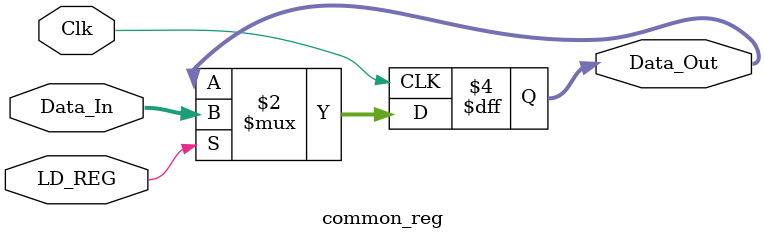
<source format=sv>
module common_reg
(
	input logic Clk,
	input logic LD_REG,
	input logic [15:0] Data_In,
	output logic [15:0] Data_Out
);
	always_ff @ (posedge Clk)
		begin
			if (LD_REG)
				Data_Out <= Data_In;
		end
		
endmodule

</source>
